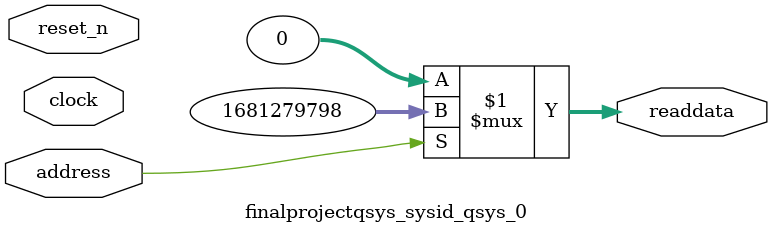
<source format=v>



// synthesis translate_off
`timescale 1ns / 1ps
// synthesis translate_on

// turn off superfluous verilog processor warnings 
// altera message_level Level1 
// altera message_off 10034 10035 10036 10037 10230 10240 10030 

module finalprojectqsys_sysid_qsys_0 (
               // inputs:
                address,
                clock,
                reset_n,

               // outputs:
                readdata
             )
;

  output  [ 31: 0] readdata;
  input            address;
  input            clock;
  input            reset_n;

  wire    [ 31: 0] readdata;
  //control_slave, which is an e_avalon_slave
  assign readdata = address ? 1681279798 : 0;

endmodule



</source>
